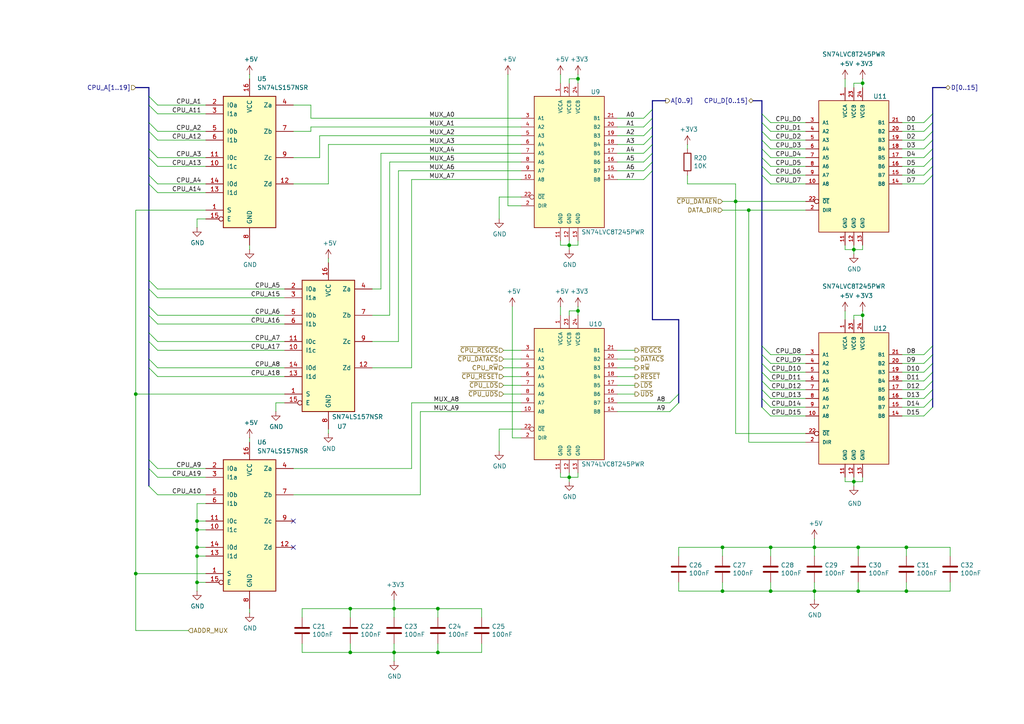
<source format=kicad_sch>
(kicad_sch (version 20250114) (generator "eeschema") (generator_version "9.0")
  (paper "A4")
  (lib_symbols
    (symbol "74xx:74LS157" (pin_names (offset 1.016))
      (property "Reference" "U" (at -7.62 19.05 0))
      (property "Value" "74LS157" (at -7.62 -21.59 0))
      (symbol "74LS157_1_0"
        (pin input line (at -12.7 15.24 0) (length 5.08) (name "I0a") (number "2"))
        (pin input line (at -12.7 12.7 0) (length 5.08) (name "I1a") (number "3"))
        (pin input line (at -12.7 7.62 0) (length 5.08) (name "I0b") (number "5"))
        (pin input line (at -12.7 5.08 0) (length 5.08) (name "I1b") (number "6"))
        (pin input line (at -12.7 0 0) (length 5.08) (name "I0c") (number "11"))
        (pin input line (at -12.7 -2.54 0) (length 5.08) (name "I1c") (number "10"))
        (pin input line (at -12.7 -7.62 0) (length 5.08) (name "I0d") (number "14"))
        (pin input line (at -12.7 -10.16 0) (length 5.08) (name "I1d") (number "13"))
        (pin input line (at -12.7 -15.24 0) (length 5.08) (name "S") (number "1"))
        (pin input inverted (at -12.7 -17.78 0) (length 5.08) (name "E") (number "15"))
        (pin power_in line (at 0 22.86 270) (length 5.08) (name "VCC") (number "16"))
        (pin power_in line (at 0 -25.4 90) (length 5.08) (name "GND") (number "8"))
        (pin output line (at 12.7 15.24 180) (length 5.08) (name "Za") (number "4"))
        (pin output line (at 12.7 7.62 180) (length 5.08) (name "Zb") (number "7"))
        (pin output line (at 12.7 0 180) (length 5.08) (name "Zc") (number "9"))
        (pin output line (at 12.7 -7.62 180) (length 5.08) (name "Zd") (number "12"))
      )
      (symbol "74LS157_1_1"
        (rectangle (start -7.62 17.78) (end 7.62 -20.32) (stroke (width 0.254)) (fill (type background)))
      )
    )
    (symbol "Ddraig:SN74LVC8T245PWR" (pin_names (offset 1.016))
      (property "Reference" "U" (at -12.7 31.4706 0))
      (property "Value" "SN74LVC8T245PWR" (at 5.08 -10.16 0))
      (symbol "SN74LVC8T245PWR_0_0"
        (rectangle (start -10.16 -7.62) (end 10.16 30.48) (stroke (width 0.2032)) (fill (type background)))
        (pin bidirectional line (at -13.97 24.13 0) (length 3.81) (name "A1") (number "3"))
        (pin bidirectional line (at -13.97 21.59 0) (length 3.81) (name "A2") (number "4"))
        (pin bidirectional line (at -13.97 19.05 0) (length 3.81) (name "A3") (number "5"))
        (pin bidirectional line (at -13.97 16.51 0) (length 3.81) (name "A4") (number "6"))
        (pin bidirectional line (at -13.97 13.97 0) (length 3.81) (name "A5") (number "7"))
        (pin bidirectional line (at -13.97 11.43 0) (length 3.81) (name "A6") (number "8"))
        (pin bidirectional line (at -13.97 8.89 0) (length 3.81) (name "A7") (number "9"))
        (pin bidirectional line (at -13.97 6.35 0) (length 3.81) (name "A8") (number "10"))
        (pin input inverted (at -13.97 1.27 0) (length 3.81) (name "~{OE}") (number "22"))
        (pin input line (at -13.97 -1.27 0) (length 3.81) (name "DIR") (number "2"))
        (pin power_in line (at -2.54 34.29 270) (length 3.81) (name "VCCA") (number "1"))
        (pin power_in line (at -2.54 -11.43 90) (length 3.81) (name "GND") (number "11"))
        (pin power_in line (at 0 34.29 270) (length 3.81) (name "VCCB") (number "23"))
        (pin power_in line (at 0 -11.43 90) (length 3.81) (name "GND") (number "12"))
        (pin power_in line (at 2.54 34.29 270) (length 3.81) (name "VCCB") (number "24"))
        (pin power_in line (at 2.54 -11.43 90) (length 3.81) (name "GND") (number "13"))
        (pin bidirectional line (at 13.97 24.13 180) (length 3.81) (name "B1") (number "21"))
        (pin bidirectional line (at 13.97 21.59 180) (length 3.81) (name "B2") (number "20"))
        (pin bidirectional line (at 13.97 19.05 180) (length 3.81) (name "B3") (number "19"))
        (pin bidirectional line (at 13.97 16.51 180) (length 3.81) (name "B4") (number "18"))
        (pin bidirectional line (at 13.97 13.97 180) (length 3.81) (name "B5") (number "17"))
        (pin bidirectional line (at 13.97 11.43 180) (length 3.81) (name "B6") (number "16"))
        (pin bidirectional line (at 13.97 8.89 180) (length 3.81) (name "B7") (number "15"))
        (pin bidirectional line (at 13.97 6.35 180) (length 3.81) (name "B8") (number "14"))
      )
    )
    (symbol "Device:C" (pin_numbers (hide yes)) (pin_names (offset 0.254))
      (property "Reference" "C" (at 0.635 2.54 0))
      (property "Value" "C" (at 0.635 -2.54 0))
      (symbol "C_0_1"
        (polyline (pts (xy -2.032 0.762) (xy 2.032 0.762)) (stroke (width 0.508)))
        (polyline (pts (xy -2.032 -0.762) (xy 2.032 -0.762)) (stroke (width 0.508)))
      )
      (symbol "C_1_1"
        (pin passive line (at 0 3.81 270) (length 2.794) (name "~") (number "1"))
        (pin passive line (at 0 -3.81 90) (length 2.794) (name "~") (number "2"))
      )
    )
    (symbol "Device:R" (pin_numbers (hide yes)) (pin_names (offset 0))
      (property "Reference" "R" (at 2.032 0 90))
      (property "Value" "R" (at 0 0 90))
      (symbol "R_0_1"
        (rectangle (start -1.016 -2.54) (end 1.016 2.54) (stroke (width 0.254)))
      )
      (symbol "R_1_1"
        (pin passive line (at 0 3.81 270) (length 1.27) (name "~") (number "1"))
        (pin passive line (at 0 -3.81 90) (length 1.27) (name "~") (number "2"))
      )
    )
    (symbol "power:+3V3" (power) (pin_numbers (hide yes)) (pin_names (offset 0) (hide yes))
      (property "Value" "+3V3" (at 0 3.556 0))
      (symbol "+3V3_0_1"
        (polyline (pts (xy -0.762 1.27) (xy 0 2.54)))
        (polyline (pts (xy 0 2.54) (xy 0.762 1.27)))
        (polyline (pts (xy 0 0) (xy 0 2.54)))
      )
      (symbol "+3V3_1_1"
        (pin power_in line (at 0 0 90) (length 0) (name "~") (number "1"))
      )
    )
    (symbol "power:+5V" (power) (pin_numbers (hide yes)) (pin_names (offset 0) (hide yes))
      (property "Value" "+5V" (at 0 3.556 0))
      (symbol "+5V_0_1"
        (polyline (pts (xy -0.762 1.27) (xy 0 2.54)))
        (polyline (pts (xy 0 2.54) (xy 0.762 1.27)))
        (polyline (pts (xy 0 0) (xy 0 2.54)))
      )
      (symbol "+5V_1_1"
        (pin power_in line (at 0 0 90) (length 0) (name "~") (number "1"))
      )
    )
    (symbol "power:GND" (power) (pin_numbers (hide yes)) (pin_names (offset 0) (hide yes))
      (property "Value" "GND" (at 0 -3.81 0))
      (symbol "GND_0_1"
        (polyline (pts (xy 0 0) (xy 0 -1.27) (xy 1.27 -1.27) (xy 0 -2.54) (xy -1.27 -1.27) (xy 0 -1.27)))
      )
      (symbol "GND_1_1"
        (pin power_in line (at 0 0 270) (length 0) (name "~") (number "1"))
      )
    )
  )
  (junction (at 57.15 153.67))
  (junction (at 223.52 158.75))
  (junction (at 247.65 72.39))
  (junction (at 250.19 24.13))
  (junction (at 101.6 189.23))
  (junction (at 262.89 158.75))
  (junction (at 57.15 151.13))
  (junction (at 57.15 168.91))
  (junction (at 39.37 166.37))
  (junction (at 57.15 158.75))
  (junction (at 114.3 176.53))
  (junction (at 167.64 90.17))
  (junction (at 223.52 171.45))
  (junction (at 114.3 189.23))
  (junction (at 167.64 22.86))
  (junction (at 236.22 158.75))
  (junction (at 262.89 171.45))
  (junction (at 39.37 114.3))
  (junction (at 101.6 176.53))
  (junction (at 127 176.53))
  (junction (at 209.55 158.75))
  (junction (at 217.17 60.96))
  (junction (at 236.22 171.45))
  (junction (at 57.15 161.29))
  (junction (at 248.92 158.75))
  (junction (at 165.1 71.12))
  (junction (at 250.19 91.44))
  (junction (at 248.92 171.45))
  (junction (at 213.36 58.42))
  (junction (at 209.55 171.45))
  (junction (at 127 189.23))
  (junction (at 247.65 139.7))
  (junction (at 165.1 138.43))
  (no_connect (at 85.09 158.75))
  (no_connect (at 85.09 151.13))
  (bus_entry (at 43.18 38.1) (size 2.54 2.54))
  (bus_entry (at 220.98 107.95) (size 2.54 2.54))
  (bus_entry (at 43.18 99.06) (size 2.54 2.54))
  (bus_entry (at 220.98 110.49) (size 2.54 2.54))
  (bus_entry (at 220.98 48.26) (size 2.54 2.54))
  (bus_entry (at 43.18 88.9) (size 2.54 2.54))
  (bus_entry (at 189.23 44.45) (size -2.54 2.54))
  (bus_entry (at 270.51 113.03) (size -2.54 2.54))
  (bus_entry (at 270.51 105.41) (size -2.54 2.54))
  (bus_entry (at 43.18 104.14) (size 2.54 2.54))
  (bus_entry (at 270.51 45.72) (size -2.54 2.54))
  (bus_entry (at 43.18 81.28) (size 2.54 2.54))
  (bus_entry (at 220.98 115.57) (size 2.54 2.54))
  (bus_entry (at 43.18 45.72) (size 2.54 2.54))
  (bus_entry (at 189.23 36.83) (size -2.54 2.54))
  (bus_entry (at 270.51 110.49) (size -2.54 2.54))
  (bus_entry (at 43.18 83.82) (size 2.54 2.54))
  (bus_entry (at 270.51 107.95) (size -2.54 2.54))
  (bus_entry (at 196.85 116.84) (size -2.54 2.54))
  (bus_entry (at 189.23 31.75) (size -2.54 2.54))
  (bus_entry (at 270.51 40.64) (size -2.54 2.54))
  (bus_entry (at 270.51 102.87) (size -2.54 2.54))
  (bus_entry (at 43.18 106.68) (size 2.54 2.54))
  (bus_entry (at 220.98 45.72) (size 2.54 2.54))
  (bus_entry (at 220.98 38.1) (size 2.54 2.54))
  (bus_entry (at 189.23 39.37) (size -2.54 2.54))
  (bus_entry (at 43.18 133.35) (size 2.54 2.54))
  (bus_entry (at 189.23 46.99) (size -2.54 2.54))
  (bus_entry (at 270.51 38.1) (size -2.54 2.54))
  (bus_entry (at 220.98 33.02) (size 2.54 2.54))
  (bus_entry (at 196.85 114.3) (size -2.54 2.54))
  (bus_entry (at 220.98 100.33) (size 2.54 2.54))
  (bus_entry (at 43.18 140.97) (size 2.54 2.54))
  (bus_entry (at 43.18 30.48) (size 2.54 2.54))
  (bus_entry (at 220.98 50.8) (size 2.54 2.54))
  (bus_entry (at 220.98 43.18) (size 2.54 2.54))
  (bus_entry (at 43.18 35.56) (size 2.54 2.54))
  (bus_entry (at 43.18 43.18) (size 2.54 2.54))
  (bus_entry (at 270.51 43.18) (size -2.54 2.54))
  (bus_entry (at 43.18 91.44) (size 2.54 2.54))
  (bus_entry (at 189.23 41.91) (size -2.54 2.54))
  (bus_entry (at 43.18 27.94) (size 2.54 2.54))
  (bus_entry (at 270.51 115.57) (size -2.54 2.54))
  (bus_entry (at 220.98 113.03) (size 2.54 2.54))
  (bus_entry (at 43.18 53.34) (size 2.54 2.54))
  (bus_entry (at 220.98 105.41) (size 2.54 2.54))
  (bus_entry (at 270.51 118.11) (size -2.54 2.54))
  (bus_entry (at 270.51 50.8) (size -2.54 2.54))
  (bus_entry (at 220.98 102.87) (size 2.54 2.54))
  (bus_entry (at 189.23 34.29) (size -2.54 2.54))
  (bus_entry (at 220.98 118.11) (size 2.54 2.54))
  (bus_entry (at 270.51 100.33) (size -2.54 2.54))
  (bus_entry (at 189.23 49.53) (size -2.54 2.54))
  (bus_entry (at 220.98 40.64) (size 2.54 2.54))
  (bus_entry (at 43.18 50.8) (size 2.54 2.54))
  (bus_entry (at 270.51 35.56) (size -2.54 2.54))
  (bus_entry (at 43.18 96.52) (size 2.54 2.54))
  (bus_entry (at 270.51 33.02) (size -2.54 2.54))
  (bus_entry (at 43.18 135.89) (size 2.54 2.54))
  (bus_entry (at 220.98 35.56) (size 2.54 2.54))
  (bus_entry (at 270.51 48.26) (size -2.54 2.54))
  (wire (pts (xy 151.13 114.3) (xy 146.05 114.3)))
  (wire (pts (xy 151.13 52.07) (xy 119.38 52.07)))
  (wire (pts (xy 85.09 135.89) (xy 119.38 135.89)))
  (wire (pts (xy 151.13 101.6) (xy 146.05 101.6)))
  (wire (pts (xy 115.57 99.06) (xy 107.95 99.06)))
  (wire (pts (xy 162.56 138.43) (xy 165.1 138.43)))
  (wire (pts (xy 179.07 39.37) (xy 186.69 39.37)))
  (bus (pts (xy 43.18 81.28) (xy 43.18 83.82)))
  (bus (pts (xy 270.51 35.56) (xy 270.51 38.1)))
  (wire (pts (xy 167.64 90.17) (xy 165.1 90.17)))
  (wire (pts (xy 223.52 40.64) (xy 233.68 40.64)))
  (wire (pts (xy 147.32 21.59) (xy 147.32 59.69)))
  (wire (pts (xy 184.15 109.22) (xy 179.07 109.22)))
  (wire (pts (xy 101.6 179.07) (xy 101.6 176.53)))
  (wire (pts (xy 262.89 171.45) (xy 262.89 168.91)))
  (wire (pts (xy 101.6 176.53) (xy 87.63 176.53)))
  (wire (pts (xy 247.65 73.66) (xy 247.65 72.39)))
  (wire (pts (xy 115.57 49.53) (xy 115.57 99.06)))
  (bus (pts (xy 220.98 38.1) (xy 220.98 40.64)))
  (bus (pts (xy 43.18 96.52) (xy 43.18 99.06)))
  (wire (pts (xy 39.37 166.37) (xy 39.37 182.88)))
  (wire (pts (xy 247.65 138.43) (xy 247.65 139.7)))
  (wire (pts (xy 250.19 91.44) (xy 250.19 90.17)))
  (wire (pts (xy 223.52 168.91) (xy 223.52 171.45)))
  (wire (pts (xy 72.39 127) (xy 72.39 128.27)))
  (wire (pts (xy 45.72 143.51) (xy 59.69 143.51)))
  (wire (pts (xy 57.15 146.05) (xy 57.15 151.13)))
  (wire (pts (xy 179.07 116.84) (xy 194.31 116.84)))
  (wire (pts (xy 223.52 171.45) (xy 236.22 171.45)))
  (wire (pts (xy 127 186.69) (xy 127 189.23)))
  (wire (pts (xy 101.6 189.23) (xy 114.3 189.23)))
  (bus (pts (xy 189.23 49.53) (xy 189.23 92.71)))
  (bus (pts (xy 43.18 88.9) (xy 43.18 91.44)))
  (wire (pts (xy 127 189.23) (xy 139.7 189.23)))
  (wire (pts (xy 82.55 116.84) (xy 80.01 116.84)))
  (wire (pts (xy 179.07 52.07) (xy 186.69 52.07)))
  (wire (pts (xy 57.15 158.75) (xy 59.69 158.75)))
  (wire (pts (xy 151.13 106.68) (xy 146.05 106.68)))
  (wire (pts (xy 223.52 158.75) (xy 236.22 158.75)))
  (wire (pts (xy 45.72 93.98) (xy 82.55 93.98)))
  (wire (pts (xy 223.52 38.1) (xy 233.68 38.1)))
  (wire (pts (xy 148.59 127) (xy 151.13 127)))
  (wire (pts (xy 167.64 91.44) (xy 167.64 90.17)))
  (bus (pts (xy 270.51 38.1) (xy 270.51 40.64)))
  (wire (pts (xy 114.3 173.99) (xy 114.3 176.53)))
  (wire (pts (xy 151.13 109.22) (xy 146.05 109.22)))
  (wire (pts (xy 162.56 137.16) (xy 162.56 138.43)))
  (wire (pts (xy 45.72 40.64) (xy 59.69 40.64)))
  (wire (pts (xy 262.89 171.45) (xy 275.59 171.45)))
  (wire (pts (xy 151.13 41.91) (xy 95.25 41.91)))
  (wire (pts (xy 236.22 158.75) (xy 248.92 158.75)))
  (wire (pts (xy 45.72 83.82) (xy 82.55 83.82)))
  (bus (pts (xy 270.51 45.72) (xy 270.51 48.26)))
  (wire (pts (xy 217.17 60.96) (xy 233.68 60.96)))
  (wire (pts (xy 114.3 189.23) (xy 127 189.23)))
  (wire (pts (xy 223.52 113.03) (xy 233.68 113.03)))
  (bus (pts (xy 189.23 29.21) (xy 193.04 29.21)))
  (wire (pts (xy 250.19 72.39) (xy 250.19 71.12)))
  (bus (pts (xy 270.51 115.57) (xy 270.51 118.11)))
  (wire (pts (xy 275.59 158.75) (xy 275.59 161.29)))
  (bus (pts (xy 43.18 53.34) (xy 43.18 81.28)))
  (bus (pts (xy 43.18 104.14) (xy 43.18 106.68)))
  (wire (pts (xy 213.36 53.34) (xy 213.36 58.42)))
  (wire (pts (xy 250.19 91.44) (xy 247.65 91.44)))
  (wire (pts (xy 223.52 105.41) (xy 233.68 105.41)))
  (wire (pts (xy 45.72 33.02) (xy 59.69 33.02)))
  (wire (pts (xy 199.39 50.8) (xy 199.39 53.34)))
  (wire (pts (xy 113.03 46.99) (xy 113.03 91.44)))
  (wire (pts (xy 184.15 101.6) (xy 179.07 101.6)))
  (wire (pts (xy 87.63 186.69) (xy 87.63 189.23)))
  (wire (pts (xy 262.89 158.75) (xy 275.59 158.75)))
  (wire (pts (xy 85.09 30.48) (xy 90.17 30.48)))
  (wire (pts (xy 179.07 36.83) (xy 186.69 36.83)))
  (wire (pts (xy 45.72 91.44) (xy 82.55 91.44)))
  (wire (pts (xy 179.07 46.99) (xy 186.69 46.99)))
  (bus (pts (xy 220.98 50.8) (xy 220.98 100.33)))
  (wire (pts (xy 139.7 189.23) (xy 139.7 186.69)))
  (wire (pts (xy 261.62 110.49) (xy 267.97 110.49)))
  (wire (pts (xy 121.92 119.38) (xy 151.13 119.38)))
  (wire (pts (xy 59.69 63.5) (xy 57.15 63.5)))
  (wire (pts (xy 209.55 171.45) (xy 223.52 171.45)))
  (wire (pts (xy 57.15 151.13) (xy 59.69 151.13)))
  (bus (pts (xy 270.51 110.49) (xy 270.51 113.03)))
  (bus (pts (xy 270.51 102.87) (xy 270.51 105.41)))
  (wire (pts (xy 250.19 92.71) (xy 250.19 91.44)))
  (wire (pts (xy 92.71 45.72) (xy 85.09 45.72)))
  (wire (pts (xy 245.11 22.86) (xy 245.11 25.4)))
  (wire (pts (xy 247.65 140.97) (xy 247.65 139.7)))
  (bus (pts (xy 270.51 43.18) (xy 270.51 45.72)))
  (wire (pts (xy 59.69 146.05) (xy 57.15 146.05)))
  (wire (pts (xy 261.62 113.03) (xy 267.97 113.03)))
  (bus (pts (xy 43.18 91.44) (xy 43.18 96.52)))
  (wire (pts (xy 151.13 124.46) (xy 144.78 124.46)))
  (wire (pts (xy 248.92 158.75) (xy 248.92 161.29)))
  (wire (pts (xy 110.49 83.82) (xy 107.95 83.82)))
  (wire (pts (xy 45.72 53.34) (xy 59.69 53.34)))
  (wire (pts (xy 54.61 182.88) (xy 39.37 182.88)))
  (wire (pts (xy 223.52 48.26) (xy 233.68 48.26)))
  (wire (pts (xy 261.62 120.65) (xy 267.97 120.65)))
  (bus (pts (xy 189.23 46.99) (xy 189.23 49.53)))
  (wire (pts (xy 248.92 158.75) (xy 262.89 158.75)))
  (bus (pts (xy 189.23 36.83) (xy 189.23 39.37)))
  (wire (pts (xy 223.52 50.8) (xy 233.68 50.8)))
  (wire (pts (xy 209.55 58.42) (xy 213.36 58.42)))
  (wire (pts (xy 95.25 41.91) (xy 95.25 53.34)))
  (wire (pts (xy 72.39 72.39) (xy 72.39 71.12)))
  (wire (pts (xy 209.55 161.29) (xy 209.55 158.75)))
  (bus (pts (xy 43.18 30.48) (xy 43.18 35.56)))
  (wire (pts (xy 196.85 168.91) (xy 196.85 171.45)))
  (wire (pts (xy 57.15 161.29) (xy 59.69 161.29)))
  (wire (pts (xy 250.19 24.13) (xy 250.19 22.86)))
  (wire (pts (xy 223.52 120.65) (xy 233.68 120.65)))
  (bus (pts (xy 270.51 113.03) (xy 270.51 115.57)))
  (wire (pts (xy 151.13 111.76) (xy 146.05 111.76)))
  (wire (pts (xy 245.11 138.43) (xy 245.11 139.7)))
  (wire (pts (xy 147.32 59.69) (xy 151.13 59.69)))
  (wire (pts (xy 113.03 91.44) (xy 107.95 91.44)))
  (wire (pts (xy 165.1 22.86) (xy 165.1 24.13)))
  (wire (pts (xy 261.62 40.64) (xy 267.97 40.64)))
  (bus (pts (xy 220.98 113.03) (xy 220.98 115.57)))
  (wire (pts (xy 223.52 158.75) (xy 209.55 158.75)))
  (wire (pts (xy 151.13 57.15) (xy 144.78 57.15)))
  (wire (pts (xy 261.62 35.56) (xy 267.97 35.56)))
  (bus (pts (xy 270.51 107.95) (xy 270.51 110.49)))
  (wire (pts (xy 223.52 118.11) (xy 233.68 118.11)))
  (wire (pts (xy 199.39 41.91) (xy 199.39 43.18)))
  (wire (pts (xy 184.15 111.76) (xy 179.07 111.76)))
  (bus (pts (xy 220.98 43.18) (xy 220.98 45.72)))
  (wire (pts (xy 114.3 186.69) (xy 114.3 189.23)))
  (wire (pts (xy 80.01 116.84) (xy 80.01 119.38)))
  (bus (pts (xy 220.98 40.64) (xy 220.98 43.18)))
  (wire (pts (xy 85.09 38.1) (xy 90.17 38.1)))
  (wire (pts (xy 261.62 105.41) (xy 267.97 105.41)))
  (wire (pts (xy 165.1 138.43) (xy 167.64 138.43)))
  (wire (pts (xy 165.1 137.16) (xy 165.1 138.43)))
  (wire (pts (xy 223.52 35.56) (xy 233.68 35.56)))
  (wire (pts (xy 72.39 21.59) (xy 72.39 22.86)))
  (wire (pts (xy 121.92 143.51) (xy 121.92 119.38)))
  (wire (pts (xy 184.15 114.3) (xy 179.07 114.3)))
  (bus (pts (xy 220.98 115.57) (xy 220.98 118.11)))
  (wire (pts (xy 261.62 107.95) (xy 267.97 107.95)))
  (wire (pts (xy 261.62 53.34) (xy 267.97 53.34)))
  (wire (pts (xy 165.1 90.17) (xy 165.1 91.44)))
  (bus (pts (xy 189.23 29.21) (xy 189.23 31.75)))
  (wire (pts (xy 57.15 158.75) (xy 57.15 161.29)))
  (bus (pts (xy 189.23 92.71) (xy 196.85 92.71)))
  (bus (pts (xy 270.51 48.26) (xy 270.51 50.8)))
  (wire (pts (xy 261.62 102.87) (xy 267.97 102.87)))
  (wire (pts (xy 209.55 158.75) (xy 196.85 158.75)))
  (bus (pts (xy 270.51 25.4) (xy 270.51 33.02)))
  (bus (pts (xy 43.18 83.82) (xy 43.18 88.9)))
  (wire (pts (xy 223.52 102.87) (xy 233.68 102.87)))
  (wire (pts (xy 179.07 41.91) (xy 186.69 41.91)))
  (bus (pts (xy 274.32 25.4) (xy 270.51 25.4)))
  (wire (pts (xy 119.38 52.07) (xy 119.38 106.68)))
  (wire (pts (xy 245.11 139.7) (xy 247.65 139.7)))
  (wire (pts (xy 245.11 71.12) (xy 245.11 72.39)))
  (wire (pts (xy 236.22 173.99) (xy 236.22 171.45)))
  (wire (pts (xy 57.15 168.91) (xy 57.15 171.45)))
  (wire (pts (xy 162.56 69.85) (xy 162.56 71.12)))
  (wire (pts (xy 101.6 186.69) (xy 101.6 189.23)))
  (wire (pts (xy 165.1 72.39) (xy 165.1 71.12)))
  (wire (pts (xy 247.65 24.13) (xy 247.65 25.4)))
  (wire (pts (xy 262.89 158.75) (xy 262.89 161.29)))
  (wire (pts (xy 87.63 189.23) (xy 101.6 189.23)))
  (bus (pts (xy 43.18 50.8) (xy 43.18 53.34)))
  (wire (pts (xy 223.52 43.18) (xy 233.68 43.18)))
  (wire (pts (xy 57.15 153.67) (xy 59.69 153.67)))
  (wire (pts (xy 95.25 53.34) (xy 85.09 53.34)))
  (wire (pts (xy 217.17 60.96) (xy 217.17 128.27)))
  (bus (pts (xy 220.98 110.49) (xy 220.98 113.03)))
  (wire (pts (xy 39.37 114.3) (xy 39.37 166.37)))
  (wire (pts (xy 101.6 176.53) (xy 114.3 176.53)))
  (bus (pts (xy 220.98 29.21) (xy 220.98 33.02)))
  (wire (pts (xy 275.59 168.91) (xy 275.59 171.45)))
  (wire (pts (xy 39.37 114.3) (xy 39.37 60.96)))
  (bus (pts (xy 43.18 106.68) (xy 43.18 133.35)))
  (bus (pts (xy 43.18 99.06) (xy 43.18 104.14)))
  (wire (pts (xy 114.3 176.53) (xy 127 176.53)))
  (wire (pts (xy 167.64 71.12) (xy 167.64 69.85)))
  (wire (pts (xy 247.65 91.44) (xy 247.65 92.71)))
  (bus (pts (xy 43.18 133.35) (xy 43.18 135.89)))
  (wire (pts (xy 261.62 43.18) (xy 267.97 43.18)))
  (wire (pts (xy 209.55 60.96) (xy 217.17 60.96)))
  (bus (pts (xy 43.18 35.56) (xy 43.18 38.1)))
  (wire (pts (xy 167.64 24.13) (xy 167.64 22.86)))
  (wire (pts (xy 45.72 99.06) (xy 82.55 99.06)))
  (bus (pts (xy 220.98 107.95) (xy 220.98 110.49)))
  (wire (pts (xy 90.17 38.1) (xy 90.17 36.83)))
  (bus (pts (xy 43.18 38.1) (xy 43.18 43.18)))
  (wire (pts (xy 151.13 49.53) (xy 115.57 49.53)))
  (wire (pts (xy 151.13 104.14) (xy 146.05 104.14)))
  (bus (pts (xy 220.98 48.26) (xy 220.98 50.8)))
  (wire (pts (xy 45.72 135.89) (xy 59.69 135.89)))
  (wire (pts (xy 184.15 106.68) (xy 179.07 106.68)))
  (bus (pts (xy 270.51 33.02) (xy 270.51 35.56)))
  (wire (pts (xy 167.64 22.86) (xy 167.64 21.59)))
  (bus (pts (xy 189.23 41.91) (xy 189.23 44.45)))
  (bus (pts (xy 43.18 25.4) (xy 43.18 27.94)))
  (wire (pts (xy 245.11 72.39) (xy 247.65 72.39)))
  (wire (pts (xy 167.64 90.17) (xy 167.64 88.9)))
  (wire (pts (xy 127 176.53) (xy 127 179.07)))
  (bus (pts (xy 43.18 27.94) (xy 43.18 30.48)))
  (wire (pts (xy 114.3 191.77) (xy 114.3 189.23)))
  (wire (pts (xy 57.15 63.5) (xy 57.15 66.04)))
  (bus (pts (xy 43.18 43.18) (xy 43.18 45.72)))
  (wire (pts (xy 59.69 168.91) (xy 57.15 168.91)))
  (wire (pts (xy 236.22 161.29) (xy 236.22 158.75)))
  (wire (pts (xy 184.15 104.14) (xy 179.07 104.14)))
  (wire (pts (xy 39.37 114.3) (xy 82.55 114.3)))
  (wire (pts (xy 213.36 58.42) (xy 213.36 125.73)))
  (wire (pts (xy 114.3 179.07) (xy 114.3 176.53)))
  (wire (pts (xy 167.64 22.86) (xy 165.1 22.86)))
  (wire (pts (xy 165.1 139.7) (xy 165.1 138.43)))
  (wire (pts (xy 247.65 72.39) (xy 250.19 72.39)))
  (wire (pts (xy 223.52 53.34) (xy 233.68 53.34)))
  (wire (pts (xy 165.1 71.12) (xy 167.64 71.12)))
  (wire (pts (xy 261.62 45.72) (xy 267.97 45.72)))
  (bus (pts (xy 189.23 44.45) (xy 189.23 46.99)))
  (wire (pts (xy 151.13 39.37) (xy 92.71 39.37)))
  (wire (pts (xy 119.38 106.68) (xy 107.95 106.68)))
  (wire (pts (xy 59.69 166.37) (xy 39.37 166.37)))
  (wire (pts (xy 39.37 60.96) (xy 59.69 60.96)))
  (wire (pts (xy 209.55 168.91) (xy 209.55 171.45)))
  (wire (pts (xy 144.78 124.46) (xy 144.78 130.81)))
  (wire (pts (xy 236.22 171.45) (xy 248.92 171.45)))
  (wire (pts (xy 127 176.53) (xy 139.7 176.53)))
  (wire (pts (xy 72.39 177.8) (xy 72.39 176.53)))
  (wire (pts (xy 45.72 86.36) (xy 82.55 86.36)))
  (bus (pts (xy 220.98 102.87) (xy 220.98 105.41)))
  (bus (pts (xy 43.18 135.89) (xy 43.18 140.97)))
  (wire (pts (xy 245.11 90.17) (xy 245.11 92.71)))
  (wire (pts (xy 92.71 39.37) (xy 92.71 45.72)))
  (wire (pts (xy 199.39 53.34) (xy 213.36 53.34)))
  (wire (pts (xy 119.38 116.84) (xy 151.13 116.84)))
  (wire (pts (xy 247.65 71.12) (xy 247.65 72.39)))
  (bus (pts (xy 43.18 45.72) (xy 43.18 50.8)))
  (wire (pts (xy 148.59 88.9) (xy 148.59 127)))
  (bus (pts (xy 270.51 40.64) (xy 270.51 43.18)))
  (wire (pts (xy 261.62 38.1) (xy 267.97 38.1)))
  (wire (pts (xy 162.56 21.59) (xy 162.56 24.13)))
  (bus (pts (xy 220.98 35.56) (xy 220.98 38.1)))
  (wire (pts (xy 45.72 38.1) (xy 59.69 38.1)))
  (bus (pts (xy 270.51 105.41) (xy 270.51 107.95)))
  (wire (pts (xy 57.15 161.29) (xy 57.15 168.91)))
  (wire (pts (xy 167.64 138.43) (xy 167.64 137.16)))
  (wire (pts (xy 57.15 151.13) (xy 57.15 153.67)))
  (wire (pts (xy 45.72 30.48) (xy 59.69 30.48)))
  (wire (pts (xy 261.62 115.57) (xy 267.97 115.57)))
  (wire (pts (xy 151.13 46.99) (xy 113.03 46.99)))
  (wire (pts (xy 139.7 176.53) (xy 139.7 179.07)))
  (wire (pts (xy 179.07 44.45) (xy 186.69 44.45)))
  (bus (pts (xy 189.23 34.29) (xy 189.23 36.83)))
  (bus (pts (xy 220.98 100.33) (xy 220.98 102.87)))
  (wire (pts (xy 223.52 45.72) (xy 233.68 45.72)))
  (wire (pts (xy 95.25 74.93) (xy 95.25 76.2)))
  (wire (pts (xy 179.07 119.38) (xy 194.31 119.38)))
  (bus (pts (xy 196.85 92.71) (xy 196.85 114.3)))
  (wire (pts (xy 45.72 48.26) (xy 59.69 48.26)))
  (wire (pts (xy 90.17 30.48) (xy 90.17 34.29)))
  (wire (pts (xy 196.85 171.45) (xy 209.55 171.45)))
  (bus (pts (xy 196.85 114.3) (xy 196.85 116.84)))
  (wire (pts (xy 223.52 115.57) (xy 233.68 115.57)))
  (wire (pts (xy 119.38 135.89) (xy 119.38 116.84)))
  (wire (pts (xy 250.19 24.13) (xy 247.65 24.13)))
  (wire (pts (xy 250.19 25.4) (xy 250.19 24.13)))
  (wire (pts (xy 144.78 57.15) (xy 144.78 63.5)))
  (wire (pts (xy 45.72 109.22) (xy 82.55 109.22)))
  (bus (pts (xy 220.98 105.41) (xy 220.98 107.95)))
  (wire (pts (xy 196.85 158.75) (xy 196.85 161.29)))
  (bus (pts (xy 270.51 50.8) (xy 270.51 100.33)))
  (bus (pts (xy 270.51 100.33) (xy 270.51 102.87)))
  (bus (pts (xy 218.44 29.21) (xy 220.98 29.21)))
  (wire (pts (xy 95.25 125.73) (xy 95.25 124.46)))
  (wire (pts (xy 90.17 34.29) (xy 151.13 34.29)))
  (bus (pts (xy 43.18 25.4) (xy 39.37 25.4)))
  (wire (pts (xy 213.36 58.42) (xy 233.68 58.42)))
  (wire (pts (xy 217.17 128.27) (xy 233.68 128.27)))
  (wire (pts (xy 90.17 36.83) (xy 151.13 36.83)))
  (wire (pts (xy 250.19 139.7) (xy 250.19 138.43)))
  (wire (pts (xy 151.13 44.45) (xy 110.49 44.45)))
  (wire (pts (xy 45.72 45.72) (xy 59.69 45.72)))
  (wire (pts (xy 45.72 101.6) (xy 82.55 101.6)))
  (bus (pts (xy 220.98 45.72) (xy 220.98 48.26)))
  (wire (pts (xy 248.92 171.45) (xy 262.89 171.45)))
  (wire (pts (xy 45.72 138.43) (xy 59.69 138.43)))
  (wire (pts (xy 248.92 168.91) (xy 248.92 171.45)))
  (wire (pts (xy 261.62 118.11) (xy 267.97 118.11)))
  (wire (pts (xy 213.36 125.73) (xy 233.68 125.73)))
  (bus (pts (xy 220.98 33.02) (xy 220.98 35.56)))
  (wire (pts (xy 223.52 161.29) (xy 223.52 158.75)))
  (wire (pts (xy 165.1 69.85) (xy 165.1 71.12)))
  (wire (pts (xy 179.07 34.29) (xy 186.69 34.29)))
  (bus (pts (xy 189.23 31.75) (xy 189.23 34.29)))
  (wire (pts (xy 223.52 107.95) (xy 233.68 107.95)))
  (wire (pts (xy 236.22 156.21) (xy 236.22 158.75)))
  (wire (pts (xy 162.56 71.12) (xy 165.1 71.12)))
  (wire (pts (xy 179.07 49.53) (xy 186.69 49.53)))
  (wire (pts (xy 247.65 139.7) (xy 250.19 139.7)))
  (bus (pts (xy 189.23 39.37) (xy 189.23 41.91)))
  (wire (pts (xy 223.52 110.49) (xy 233.68 110.49)))
  (wire (pts (xy 45.72 55.88) (xy 59.69 55.88)))
  (wire (pts (xy 261.62 50.8) (xy 267.97 50.8)))
  (wire (pts (xy 162.56 88.9) (xy 162.56 91.44)))
  (wire (pts (xy 45.72 106.68) (xy 82.55 106.68)))
  (wire (pts (xy 57.15 153.67) (xy 57.15 158.75)))
  (wire (pts (xy 85.09 143.51) (xy 121.92 143.51)))
  (wire (pts (xy 236.22 168.91) (xy 236.22 171.45)))
  (wire (pts (xy 87.63 179.07) (xy 87.63 176.53)))
  (wire (pts (xy 261.62 48.26) (xy 267.97 48.26)))
  (wire (pts (xy 110.49 44.45) (xy 110.49 83.82)))
  (label "A3" (at 181.61 41.91 0))
  (label "A6" (at 181.61 49.53 0))
  (label "A4" (at 181.61 44.45 0))
  (label "D13" (at 262.89 115.57 0))
  (label "CPU_D2" (at 232.41 40.64 180))
  (label "CPU_A14" (at 58.42 55.88 180))
  (label "CPU_A10" (at 58.42 143.51 180))
  (label "D8" (at 262.89 102.87 0))
  (label "D5" (at 262.89 48.26 0))
  (label "CPU_D12" (at 232.41 113.03 180))
  (label "MUX_A1" (at 124.46 36.83 0))
  (label "CPU_D15" (at 232.41 120.65 180))
  (label "A7" (at 181.61 52.07 0))
  (label "CPU_A8" (at 81.28 106.68 180))
  (label "D4" (at 262.89 45.72 0))
  (label "CPU_D5" (at 232.41 48.26 180))
  (label "CPU_D7" (at 232.41 53.34 180))
  (label "D2" (at 262.89 40.64 0))
  (label "CPU_D4" (at 232.41 45.72 180))
  (label "MUX_A7" (at 124.46 52.07 0))
  (label "CPU_D9" (at 232.41 105.41 180))
  (label "CPU_A2" (at 58.42 38.1 180))
  (label "CPU_A18" (at 81.28 109.22 180))
  (label "A2" (at 181.61 39.37 0))
  (label "CPU_A4" (at 58.42 53.34 180))
  (label "CPU_A6" (at 81.28 91.44 180))
  (label "MUX_A3" (at 124.46 41.91 0))
  (label "CPU_A3" (at 58.42 45.72 180))
  (label "A1" (at 181.61 36.83 0))
  (label "MUX_A2" (at 124.46 39.37 0))
  (label "MUX_A6" (at 124.46 49.53 0))
  (label "D1" (at 262.89 38.1 0))
  (label "MUX_A4" (at 124.46 44.45 0))
  (label "MUX_A0" (at 124.46 34.29 0))
  (label "CPU_A13" (at 58.42 48.26 180))
  (label "D0" (at 262.89 35.56 0))
  (label "CPU_D3" (at 232.41 43.18 180))
  (label "CPU_A12" (at 58.42 40.64 180))
  (label "CPU_D6" (at 232.41 50.8 180))
  (label "D15" (at 262.89 120.65 0))
  (label "A9" (at 190.5 119.38 0))
  (label "A5" (at 181.61 46.99 0))
  (label "CPU_A5" (at 81.28 83.82 180))
  (label "A8" (at 190.5 116.84 0))
  (label "D10" (at 262.89 107.95 0))
  (label "D12" (at 262.89 113.03 0))
  (label "D11" (at 262.89 110.49 0))
  (label "MUX_A9" (at 125.73 119.38 0))
  (label "D9" (at 262.89 105.41 0))
  (label "D3" (at 262.89 43.18 0))
  (label "CPU_A9" (at 58.42 135.89 180))
  (label "CPU_A16" (at 81.28 93.98 180))
  (label "D14" (at 262.89 118.11 0))
  (label "CPU_A17" (at 81.28 101.6 180))
  (label "CPU_D0" (at 232.41 35.56 180))
  (label "CPU_D8" (at 232.41 102.87 180))
  (label "D7" (at 262.89 53.34 0))
  (label "CPU_A1" (at 58.42 30.48 180))
  (label "CPU_A19" (at 58.42 138.43 180))
  (label "CPU_D11" (at 232.41 110.49 180))
  (label "MUX_A8" (at 125.73 116.84 0))
  (label "CPU_A15" (at 81.28 86.36 180))
  (label "CPU_A7" (at 81.28 99.06 180))
  (label "CPU_A11" (at 58.42 33.02 180))
  (label "CPU_D10" (at 232.41 107.95 180))
  (label "CPU_D14" (at 232.41 118.11 180))
  (label "CPU_D1" (at 232.41 38.1 180))
  (label "MUX_A5" (at 124.46 46.99 0))
  (label "CPU_D13" (at 232.41 115.57 180))
  (label "A0" (at 181.61 34.29 0))
  (label "D6" (at 262.89 50.8 0))
  (hierarchical_label "~{REGCS}" (shape output) (at 184.15 101.6 0))
  (hierarchical_label "~{LDS}" (shape output) (at 184.15 111.76 0))
  (hierarchical_label "~{CPU_LDS}" (shape input) (at 146.05 111.76 180))
  (hierarchical_label "~{CPU_UDS}" (shape input) (at 146.05 114.3 180))
  (hierarchical_label "CPU_D[0..15]" (shape bidirectional) (at 218.44 29.21 180))
  (hierarchical_label "~{RESET}" (shape output) (at 184.15 109.22 0))
  (hierarchical_label "DATA_DIR" (shape input) (at 209.55 60.96 180))
  (hierarchical_label "CPU_A[1..19]" (shape input) (at 39.37 25.4 180))
  (hierarchical_label "D[0..15]" (shape bidirectional) (at 274.32 25.4 0))
  (hierarchical_label "R~{W}" (shape output) (at 184.15 106.68 0))
  (hierarchical_label "~{UDS}" (shape output) (at 184.15 114.3 0))
  (hierarchical_label "CPU_R~{W}" (shape input) (at 146.05 106.68 180))
  (hierarchical_label "ADDR_MUX" (shape input) (at 54.61 182.88 0))
  (hierarchical_label "~{CPU_RESET}" (shape input) (at 146.05 109.22 180))
  (hierarchical_label "~{CPU_DATAEN}" (shape input) (at 209.55 58.42 180))
  (hierarchical_label "~{DATACS}" (shape output) (at 184.15 104.14 0))
  (hierarchical_label "A[0..9]" (shape output) (at 193.04 29.21 0))
  (hierarchical_label "~{CPU_REGCS}" (shape input) (at 146.05 101.6 180))
  (hierarchical_label "~{CPU_DATACS}" (shape input) (at 146.05 104.14 180))
  (symbol (lib_id "power:+5V") (at 245.11 22.86 0) (unit 1)
    (property "Reference" "#PWR080" (effects (hide yes)))
    (property "Value" "+5V" (at 245.491 18.4658 0))
    (property "Description" "Power symbol creates a global label with name \"+5V\"" (effects (hide yes)))
  )
  (symbol (lib_id "power:+3V3") (at 250.19 22.86 0) (unit 1)
    (property "Reference" "#PWR084" (effects (hide yes)))
    (property "Value" "+3V3" (at 250.571 18.4658 0))
    (property "Description" "Power symbol creates a global label with name \"+3V3\"" (effects (hide yes)))
  )
  (symbol (lib_id "power:GND") (at 247.65 73.66 0) (unit 1)
    (property "Reference" "#PWR082" (effects (hide yes)))
    (property "Value" "GND" (at 247.777 78.0542 0))
    (property "Description" "Power symbol creates a global label with name \"GND\" , ground" (effects (hide yes)))
  )
  (symbol (lib_id "power:+5V") (at 245.11 90.17 0) (unit 1)
    (property "Reference" "#PWR081" (effects (hide yes)))
    (property "Value" "+5V" (at 245.491 85.7758 0))
    (property "Description" "Power symbol creates a global label with name \"+5V\"" (effects (hide yes)))
  )
  (symbol (lib_id "power:+3V3") (at 250.19 90.17 0) (unit 1)
    (property "Reference" "#PWR085" (effects (hide yes)))
    (property "Value" "+3V3" (at 250.571 85.7758 0))
    (property "Description" "Power symbol creates a global label with name \"+3V3\"" (effects (hide yes)))
  )
  (symbol (lib_id "power:GND") (at 247.65 140.97 0) (unit 1)
    (property "Reference" "#PWR083" (effects (hide yes)))
    (property "Value" "GND" (at 247.904 146.05 0))
    (property "Description" "Power symbol creates a global label with name \"GND\" , ground" (effects (hide yes)))
  )
  (symbol (lib_id "power:+5V") (at 162.56 21.59 0) (unit 1)
    (property "Reference" "#PWR071" (effects (hide yes)))
    (property "Value" "+5V" (at 162.941 17.1958 0))
    (property "Description" "Power symbol creates a global label with name \"+5V\"" (effects (hide yes)))
  )
  (symbol (lib_id "power:+3V3") (at 167.64 21.59 0) (unit 1)
    (property "Reference" "#PWR075" (effects (hide yes)))
    (property "Value" "+3V3" (at 168.021 17.1958 0))
    (property "Description" "Power symbol creates a global label with name \"+3V3\"" (effects (hide yes)))
  )
  (symbol (lib_id "power:GND") (at 165.1 72.39 0) (unit 1)
    (property "Reference" "#PWR073" (effects (hide yes)))
    (property "Value" "GND" (at 165.227 76.7842 0))
    (property "Description" "Power symbol creates a global label with name \"GND\" , ground" (effects (hide yes)))
  )
  (symbol (lib_id "power:+5V") (at 147.32 21.59 0) (unit 1)
    (property "Reference" "#PWR067" (effects (hide yes)))
    (property "Value" "+5V" (at 147.701 17.1958 0))
    (property "Description" "Power symbol creates a global label with name \"+5V\"" (effects (hide yes)))
  )
  (symbol (lib_id "power:+5V") (at 162.56 88.9 0) (unit 1)
    (property "Reference" "#PWR072" (effects (hide yes)))
    (property "Value" "+5V" (at 162.941 84.5058 0))
    (property "Description" "Power symbol creates a global label with name \"+5V\"" (effects (hide yes)))
  )
  (symbol (lib_id "power:+3V3") (at 167.64 88.9 0) (unit 1)
    (property "Reference" "#PWR076" (effects (hide yes)))
    (property "Value" "+3V3" (at 168.021 84.5058 0))
    (property "Description" "Power symbol creates a global label with name \"+3V3\"" (effects (hide yes)))
  )
  (symbol (lib_id "power:GND") (at 165.1 139.7 0) (unit 1)
    (property "Reference" "#PWR074" (effects (hide yes)))
    (property "Value" "GND" (at 165.227 144.0942 0))
    (property "Description" "Power symbol creates a global label with name \"GND\" , ground" (effects (hide yes)))
  )
  (symbol (lib_id "power:+5V") (at 148.59 88.9 0) (unit 1)
    (property "Reference" "#PWR068" (effects (hide yes)))
    (property "Value" "+5V" (at 148.971 84.5058 0))
    (property "Description" "Power symbol creates a global label with name \"+5V\"" (effects (hide yes)))
  )
  (symbol (lib_id "Device:C") (at 236.22 165.1 0) (unit 1)
    (property "Reference" "C29" (at 239.141 163.9316 0) (effects (justify left)))
    (property "Value" "100nF" (at 239.141 166.243 0) (effects (justify left)))
    (property "Footprint" "Capacitor_SMD:C_0805_2012Metric" (effects (hide yes)))
  )
  (symbol (lib_id "power:+5V") (at 236.22 156.21 0) (unit 1)
    (property "Reference" "#PWR078" (effects (hide yes)))
    (property "Value" "+5V" (at 236.601 151.8158 0))
    (property "Description" "Power symbol creates a global label with name \"+5V\"" (effects (hide yes)))
  )
  (symbol (lib_id "power:GND") (at 236.22 173.99 0) (unit 1)
    (property "Reference" "#PWR079" (effects (hide yes)))
    (property "Value" "GND" (at 236.347 178.3842 0))
    (property "Description" "Power symbol creates a global label with name \"GND\" , ground" (effects (hide yes)))
  )
  (symbol (lib_id "Device:C") (at 248.92 165.1 0) (unit 1)
    (property "Reference" "C30" (at 251.841 163.9316 0) (effects (justify left)))
    (property "Value" "100nF" (at 251.841 166.243 0) (effects (justify left)))
    (property "Footprint" "Capacitor_SMD:C_0805_2012Metric" (effects (hide yes)))
  )
  (symbol (lib_id "Device:C") (at 262.89 165.1 0) (unit 1)
    (property "Reference" "C31" (at 265.811 163.9316 0) (effects (justify left)))
    (property "Value" "100nF" (at 265.811 166.243 0) (effects (justify left)))
    (property "Footprint" "Capacitor_SMD:C_0805_2012Metric" (effects (hide yes)))
  )
  (symbol (lib_id "Device:C") (at 196.85 165.1 0) (unit 1)
    (property "Reference" "C26" (at 199.771 163.9316 0) (effects (justify left)))
    (property "Value" "100nF" (at 199.771 166.243 0) (effects (justify left)))
    (property "Footprint" "Capacitor_SMD:C_0805_2012Metric" (effects (hide yes)))
  )
  (symbol (lib_id "Device:C") (at 209.55 165.1 0) (unit 1)
    (property "Reference" "C27" (at 212.471 163.9316 0) (effects (justify left)))
    (property "Value" "100nF" (at 212.471 166.243 0) (effects (justify left)))
    (property "Footprint" "Capacitor_SMD:C_0805_2012Metric" (effects (hide yes)))
  )
  (symbol (lib_id "Device:C") (at 223.52 165.1 0) (unit 1)
    (property "Reference" "C28" (at 226.441 163.9316 0) (effects (justify left)))
    (property "Value" "100nF" (at 226.441 166.243 0) (effects (justify left)))
    (property "Footprint" "Capacitor_SMD:C_0805_2012Metric" (effects (hide yes)))
  )
  (symbol (lib_id "Device:R") (at 199.39 46.99 0) (unit 1)
    (property "Reference" "R20" (at 201.168 45.8216 0) (effects (justify left)))
    (property "Value" "10K" (at 201.168 48.133 0) (effects (justify left)))
    (property "Footprint" "Resistor_SMD:R_0805_2012Metric" (effects (hide yes)))
  )
  (symbol (lib_id "Ddraig:SN74LVC8T245PWR") (at 165.1 58.42 0) (unit 1)
    (property "Reference" "U9" (at 172.72 26.67 0))
    (property "Value" "SN74LVC8T245PWR" (at 177.8 67.31 0))
    (property "Footprint" "Ddraig:SOP65P640X120-24N" (effects (hide yes)))
  )
  (symbol (lib_id "Ddraig:SN74LVC8T245PWR") (at 247.65 59.69 0) (unit 1)
    (property "Reference" "U11" (at 255.27 27.94 0))
    (property "Value" "SN74LVC8T245PWR" (at 247.65 15.748 0))
    (property "Footprint" "Ddraig:SOP65P640X120-24N" (effects (hide yes)))
  )
  (symbol (lib_id "Ddraig:SN74LVC8T245PWR") (at 247.65 127 0) (unit 1)
    (property "Reference" "U12" (at 255.27 95.25 0))
    (property "Value" "SN74LVC8T245PWR" (at 247.65 83.058 0))
    (property "Footprint" "Ddraig:SOP65P640X120-24N" (effects (hide yes)))
  )
  (symbol (lib_id "Ddraig:SN74LVC8T245PWR") (at 165.1 125.73 0) (unit 1)
    (property "Reference" "U10" (at 172.72 93.98 0))
    (property "Value" "SN74LVC8T245PWR" (at 177.8 134.62 0))
    (property "Footprint" "Ddraig:SOP65P640X120-24N" (effects (hide yes)))
  )
  (symbol (lib_id "Device:C") (at 114.3 182.88 0) (unit 1)
    (property "Reference" "C23" (at 117.221 181.7116 0) (effects (justify left)))
    (property "Value" "100nF" (at 117.221 184.023 0) (effects (justify left)))
    (property "Footprint" "Capacitor_SMD:C_0805_2012Metric" (effects (hide yes)))
  )
  (symbol (lib_id "power:GND") (at 114.3 191.77 0) (unit 1)
    (property "Reference" "#PWR064" (effects (hide yes)))
    (property "Value" "GND" (at 114.427 196.1642 0))
    (property "Description" "Power symbol creates a global label with name \"GND\" , ground" (effects (hide yes)))
  )
  (symbol (lib_id "Device:C") (at 127 182.88 0) (unit 1)
    (property "Reference" "C24" (at 129.921 181.7116 0) (effects (justify left)))
    (property "Value" "100nF" (at 129.921 184.023 0) (effects (justify left)))
    (property "Footprint" "Capacitor_SMD:C_0805_2012Metric" (effects (hide yes)))
  )
  (symbol (lib_id "Device:C") (at 275.59 165.1 0) (unit 1)
    (property "Reference" "C32" (at 278.511 163.9316 0) (effects (justify left)))
    (property "Value" "100nF" (at 278.511 166.243 0) (effects (justify left)))
    (property "Footprint" "Capacitor_SMD:C_0805_2012Metric" (effects (hide yes)))
  )
  (symbol (lib_id "Device:C") (at 87.63 182.88 0) (unit 1)
    (property "Reference" "C21" (at 90.551 181.7116 0) (effects (justify left)))
    (property "Value" "100nF" (at 90.551 184.023 0) (effects (justify left)))
    (property "Footprint" "Capacitor_SMD:C_0805_2012Metric" (effects (hide yes)))
  )
  (symbol (lib_id "Device:C") (at 101.6 182.88 0) (unit 1)
    (property "Reference" "C22" (at 104.521 181.7116 0) (effects (justify left)))
    (property "Value" "100nF" (at 104.521 184.023 0) (effects (justify left)))
    (property "Footprint" "Capacitor_SMD:C_0805_2012Metric" (effects (hide yes)))
  )
  (symbol (lib_id "power:+3V3") (at 114.3 173.99 0) (unit 1)
    (property "Reference" "#PWR063" (effects (hide yes)))
    (property "Value" "+3V3" (at 114.681 169.5958 0))
    (property "Description" "Power symbol creates a global label with name \"+3V3\"" (effects (hide yes)))
  )
  (symbol (lib_id "power:GND") (at 72.39 177.8 0) (unit 1)
    (property "Reference" "#PWR059" (effects (hide yes)))
    (property "Value" "GND" (at 72.517 182.1942 0))
    (property "Description" "Power symbol creates a global label with name \"GND\" , ground" (effects (hide yes)))
  )
  (symbol (lib_id "74xx:74LS157") (at 72.39 151.13 0) (unit 1)
    (property "Reference" "U6" (at 74.5841 128.27 0) (effects (justify left)))
    (property "Value" "SN74LS157NSR" (at 74.5841 130.81 0) (effects (justify left)))
    (property "Footprint" "Package_SO:SO-16_5.3x10.2mm_P1.27mm" (effects (hide yes)))
    (property "Datasheet" "http://www.ti.com/lit/gpn/sn74LS157" (effects (hide yes)))
    (property "Description" "Quad 2 to 1 line Multiplexer" (effects (hide yes)))
  )
  (symbol (lib_id "Device:C") (at 139.7 182.88 0) (unit 1)
    (property "Reference" "C25" (at 142.621 181.7116 0) (effects (justify left)))
    (property "Value" "100nF" (at 142.621 184.023 0) (effects (justify left)))
    (property "Footprint" "Capacitor_SMD:C_0805_2012Metric" (effects (hide yes)))
  )
  (symbol (lib_id "power:GND") (at 95.25 125.73 0) (unit 1)
    (property "Reference" "#PWR062" (effects (hide yes)))
    (property "Value" "GND" (at 95.377 130.1242 0))
    (property "Description" "Power symbol creates a global label with name \"GND\" , ground" (effects (hide yes)))
  )
  (symbol (lib_id "power:GND") (at 80.01 119.38 0) (unit 1)
    (property "Reference" "#PWR060" (effects (hide yes)))
    (property "Value" "GND" (at 80.137 123.7742 0))
    (property "Description" "Power symbol creates a global label with name \"GND\" , ground" (effects (hide yes)))
  )
  (symbol (lib_id "power:+3V3") (at 199.39 41.91 0) (unit 1)
    (property "Reference" "#PWR077" (effects (hide yes)))
    (property "Value" "+3V3" (at 199.771 37.5158 0))
    (property "Description" "Power symbol creates a global label with name \"+3V3\"" (effects (hide yes)))
  )
  (symbol (lib_id "power:GND") (at 72.39 72.39 0) (unit 1)
    (property "Reference" "#PWR057" (effects (hide yes)))
    (property "Value" "GND" (at 72.517 76.7842 0))
    (property "Description" "Power symbol creates a global label with name \"GND\" , ground" (effects (hide yes)))
  )
  (symbol (lib_id "74xx:74LS157") (at 95.25 99.06 0) (unit 1)
    (property "Reference" "U7" (at 97.79 123.698 0) (effects (justify left)))
    (property "Value" "SN74LS157NSR" (at 96.266 120.904 0) (effects (justify left)))
    (property "Footprint" "Package_SO:SO-16_5.3x10.2mm_P1.27mm" (effects (hide yes)))
    (property "Datasheet" "http://www.ti.com/lit/gpn/sn74LS157" (effects (hide yes)))
    (property "Description" "Quad 2 to 1 line Multiplexer" (effects (hide yes)))
  )
  (symbol (lib_id "power:GND") (at 57.15 66.04 0) (unit 1)
    (property "Reference" "#PWR054" (effects (hide yes)))
    (property "Value" "GND" (at 57.277 70.4342 0))
    (property "Description" "Power symbol creates a global label with name \"GND\" , ground" (effects (hide yes)))
  )
  (symbol (lib_id "power:GND") (at 144.78 130.81 0) (unit 1)
    (property "Reference" "#PWR066" (effects (hide yes)))
    (property "Value" "GND" (at 144.907 135.2042 0))
    (property "Description" "Power symbol creates a global label with name \"GND\" , ground" (effects (hide yes)))
  )
  (symbol (lib_id "power:GND") (at 57.15 171.45 0) (unit 1)
    (property "Reference" "#PWR055" (effects (hide yes)))
    (property "Value" "GND" (at 57.277 175.8442 0))
    (property "Description" "Power symbol creates a global label with name \"GND\" , ground" (effects (hide yes)))
  )
  (symbol (lib_id "power:+5V") (at 72.39 127 0) (unit 1)
    (property "Reference" "#PWR058" (effects (hide yes)))
    (property "Value" "+5V" (at 72.771 122.6058 0))
    (property "Description" "Power symbol creates a global label with name \"+5V\"" (effects (hide yes)))
  )
  (symbol (lib_id "power:+5V") (at 95.25 74.93 0) (unit 1)
    (property "Reference" "#PWR061" (effects (hide yes)))
    (property "Value" "+5V" (at 95.631 70.5358 0))
    (property "Description" "Power symbol creates a global label with name \"+5V\"" (effects (hide yes)))
  )
  (symbol (lib_id "74xx:74LS157") (at 72.39 45.72 0) (unit 1)
    (property "Reference" "U5" (at 74.5841 22.86 0) (effects (justify left)))
    (property "Value" "SN74LS157NSR" (at 74.5841 25.4 0) (effects (justify left)))
    (property "Footprint" "Package_SO:SO-16_5.3x10.2mm_P1.27mm" (effects (hide yes)))
    (property "Datasheet" "http://www.ti.com/lit/gpn/sn74LS157" (effects (hide yes)))
    (property "Description" "Quad 2 to 1 line Multiplexer" (effects (hide yes)))
  )
  (symbol (lib_id "power:+5V") (at 72.39 21.59 0) (unit 1)
    (property "Reference" "#PWR056" (effects (hide yes)))
    (property "Value" "+5V" (at 72.771 17.1958 0))
    (property "Description" "Power symbol creates a global label with name \"+5V\"" (effects (hide yes)))
  )
  (symbol (lib_id "power:GND") (at 144.78 63.5 0) (unit 1)
    (property "Reference" "#PWR065" (effects (hide yes)))
    (property "Value" "GND" (at 144.907 67.8942 0))
    (property "Description" "Power symbol creates a global label with name \"GND\" , ground" (effects (hide yes)))
  )
)
</source>
